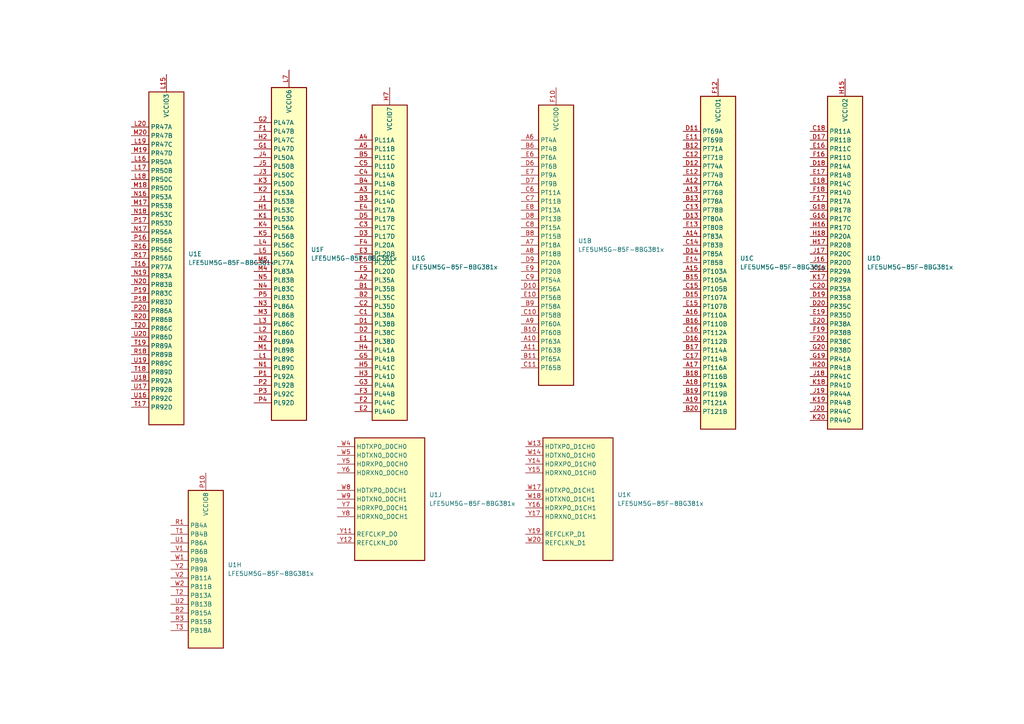
<source format=kicad_sch>
(kicad_sch (version 20250114) (generator "eeschema") (generator_version "9.0")
  (paper "A4")
  (lib_symbols
    (symbol "FPGA_Lattice:LFE5UM5G-85F-8BG381x"
      (property "Reference" "U" (at 24.13 16.51 0))
      (property "Value" "LFE5UM5G-85F-8BG381x" (at 24.13 13.97 0))
      (symbol "LFE5UM5G-85F-8BG381x_1_1"
        (rectangle (start -25.4 10.16) (end 25.4 -10.16) (stroke (width 0.3048)) (fill (type background)))
        (pin power_in line (at -22.86 15.24 270) (length 5.08) (name "VCCHTX0_D0CH0") (number "T7"))
        (pin power_in line (at -20.32 15.24 270) (length 5.08) (name "VCCHRX0_D0CH0") (number "T8"))
        (pin power_in line (at -17.78 15.24 270) (length 5.08) (name "VCCHRX1_D0CH1") (number "T9"))
        (pin power_in line (at -15.24 15.24 270) (length 5.08) (name "VCCHTX1_D0CH1") (number "T10"))
        (pin power_in line (at -12.7 15.24 270) (length 5.08) (name "VCCHTX0_D1CH0") (number "T11"))
        (pin power_in line (at -10.16 15.24 270) (length 5.08) (name "VCCHRX0_D1CH0") (number "T12"))
        (pin power_in line (at -7.62 15.24 270) (length 5.08) (name "VCCHRX1_D1CH1") (number "T13"))
        (pin power_in line (at -5.08 15.24 270) (length 5.08) (name "VCCHTX1_D1CH1") (number "T14"))
        (pin passive line (at 0 15.24 270) (length 5.08) (hide yes) (name "VCC") (number "H10"))
        (pin passive line (at 0 15.24 270) (length 5.08) (hide yes) (name "VCC") (number "H11"))
        (pin passive line (at 0 15.24 270) (length 5.08) (hide yes) (name "VCC") (number "H12"))
        (pin power_in line (at 0 15.24 270) (length 5.08) (name "VCC") (number "H13"))
        (pin passive line (at 0 15.24 270) (length 5.08) (hide yes) (name "VCC") (number "H8"))
        (pin passive line (at 0 15.24 270) (length 5.08) (hide yes) (name "VCC") (number "H9"))
        (pin passive line (at 0 15.24 270) (length 5.08) (hide yes) (name "VCC") (number "J13"))
        (pin passive line (at 0 15.24 270) (length 5.08) (hide yes) (name "VCC") (number "J8"))
        (pin passive line (at 0 15.24 270) (length 5.08) (hide yes) (name "VCC") (number "K13"))
        (pin passive line (at 0 15.24 270) (length 5.08) (hide yes) (name "VCC") (number "K8"))
        (pin passive line (at 0 15.24 270) (length 5.08) (hide yes) (name "VCC") (number "L13"))
        (pin passive line (at 0 15.24 270) (length 5.08) (hide yes) (name "VCC") (number "L8"))
        (pin passive line (at 0 15.24 270) (length 5.08) (hide yes) (name "VCC") (number "M13"))
        (pin passive line (at 0 15.24 270) (length 5.08) (hide yes) (name "VCC") (number "M8"))
        (pin passive line (at 0 15.24 270) (length 5.08) (hide yes) (name "VCC") (number "N10"))
        (pin passive line (at 0 15.24 270) (length 5.08) (hide yes) (name "VCC") (number "N11"))
        (pin passive line (at 0 15.24 270) (length 5.08) (hide yes) (name "VCC") (number "N12"))
        (pin passive line (at 0 15.24 270) (length 5.08) (hide yes) (name "VCC") (number "N13"))
        (pin passive line (at 0 15.24 270) (length 5.08) (hide yes) (name "VCC") (number "N8"))
        (pin passive line (at 0 15.24 270) (length 5.08) (hide yes) (name "VCC") (number "N9"))
        (pin passive line (at 0 -15.24 90) (length 5.08) (hide yes) (name "GND") (number "B14"))
        (pin passive line (at 0 -15.24 90) (length 5.08) (hide yes) (name "GND") (number "B7"))
        (pin power_in line (at 0 -15.24 90) (length 5.08) (name "GND") (number "C19"))
        (pin passive line (at 0 -15.24 90) (length 5.08) (hide yes) (name "GND") (number "D4"))
        (pin passive line (at 0 -15.24 90) (length 5.08) (hide yes) (name "GND") (number "F13"))
        (pin passive line (at 0 -15.24 90) (length 5.08) (hide yes) (name "GND") (number "F14"))
        (pin passive line (at 0 -15.24 90) (length 5.08) (hide yes) (name "GND") (number "F7"))
        (pin passive line (at 0 -15.24 90) (length 5.08) (hide yes) (name "GND") (number "F8"))
        (pin passive line (at 0 -15.24 90) (length 5.08) (hide yes) (name "GND") (number "G10"))
        (pin passive line (at 0 -15.24 90) (length 5.08) (hide yes) (name "GND") (number "G11"))
        (pin passive line (at 0 -15.24 90) (length 5.08) (hide yes) (name "GND") (number "G12"))
        (pin passive line (at 0 -15.24 90) (length 5.08) (hide yes) (name "GND") (number "G13"))
        (pin passive line (at 0 -15.24 90) (length 5.08) (hide yes) (name "GND") (number "G14"))
        (pin passive line (at 0 -15.24 90) (length 5.08) (hide yes) (name "GND") (number "G15"))
        (pin passive line (at 0 -15.24 90) (length 5.08) (hide yes) (name "GND") (number "G17"))
        (pin passive line (at 0 -15.24 90) (length 5.08) (hide yes) (name "GND") (number "G4"))
        (pin passive line (at 0 -15.24 90) (length 5.08) (hide yes) (name "GND") (number "G6"))
        (pin passive line (at 0 -15.24 90) (length 5.08) (hide yes) (name "GND") (number "G7"))
        (pin passive line (at 0 -15.24 90) (length 5.08) (hide yes) (name "GND") (number "G8"))
        (pin passive line (at 0 -15.24 90) (length 5.08) (hide yes) (name "GND") (number "G9"))
        (pin passive line (at 0 -15.24 90) (length 5.08) (hide yes) (name "GND") (number "H19"))
        (pin passive line (at 0 -15.24 90) (length 5.08) (hide yes) (name "GND") (number "J10"))
        (pin passive line (at 0 -15.24 90) (length 5.08) (hide yes) (name "GND") (number "J11"))
        (pin passive line (at 0 -15.24 90) (length 5.08) (hide yes) (name "GND") (number "J12"))
        (pin passive line (at 0 -15.24 90) (length 5.08) (hide yes) (name "GND") (number "J14"))
        (pin passive line (at 0 -15.24 90) (length 5.08) (hide yes) (name "GND") (number "J2"))
        (pin passive line (at 0 -15.24 90) (length 5.08) (hide yes) (name "GND") (number "J7"))
        (pin passive line (at 0 -15.24 90) (length 5.08) (hide yes) (name "GND") (number "J9"))
        (pin passive line (at 0 -15.24 90) (length 5.08) (hide yes) (name "GND") (number "K10"))
        (pin passive line (at 0 -15.24 90) (length 5.08) (hide yes) (name "GND") (number "K11"))
        (pin passive line (at 0 -15.24 90) (length 5.08) (hide yes) (name "GND") (number "K12"))
        (pin passive line (at 0 -15.24 90) (length 5.08) (hide yes) (name "GND") (number "K14"))
        (pin passive line (at 0 -15.24 90) (length 5.08) (hide yes) (name "GND") (number "K15"))
        (pin passive line (at 0 -15.24 90) (length 5.08) (hide yes) (name "GND") (number "K6"))
        (pin passive line (at 0 -15.24 90) (length 5.08) (hide yes) (name "GND") (number "K7"))
        (pin passive line (at 0 -15.24 90) (length 5.08) (hide yes) (name "GND") (number "K9"))
        (pin passive line (at 0 -15.24 90) (length 5.08) (hide yes) (name "GND") (number "L10"))
        (pin passive line (at 0 -15.24 90) (length 5.08) (hide yes) (name "GND") (number "L11"))
        (pin passive line (at 0 -15.24 90) (length 5.08) (hide yes) (name "GND") (number "L12"))
        (pin passive line (at 0 -15.24 90) (length 5.08) (hide yes) (name "GND") (number "L9"))
        (pin passive line (at 0 -15.24 90) (length 5.08) (hide yes) (name "GND") (number "M10"))
        (pin passive line (at 0 -15.24 90) (length 5.08) (hide yes) (name "GND") (number "M11"))
        (pin passive line (at 0 -15.24 90) (length 5.08) (hide yes) (name "GND") (number "M12"))
        (pin passive line (at 0 -15.24 90) (length 5.08) (hide yes) (name "GND") (number "M14"))
        (pin passive line (at 0 -15.24 90) (length 5.08) (hide yes) (name "GND") (number "M16"))
        (pin passive line (at 0 -15.24 90) (length 5.08) (hide yes) (name "GND") (number "M2"))
        (pin passive line (at 0 -15.24 90) (length 5.08) (hide yes) (name "GND") (number "M7"))
        (pin passive line (at 0 -15.24 90) (length 5.08) (hide yes) (name "GND") (number "M9"))
        (pin passive line (at 0 -15.24 90) (length 5.08) (hide yes) (name "GND") (number "N14"))
        (pin passive line (at 0 -15.24 90) (length 5.08) (hide yes) (name "GND") (number "N15"))
        (pin passive line (at 0 -15.24 90) (length 5.08) (hide yes) (name "GND") (number "N6"))
        (pin passive line (at 0 -15.24 90) (length 5.08) (hide yes) (name "GND") (number "N7"))
        (pin passive line (at 0 -15.24 90) (length 5.08) (hide yes) (name "GND") (number "P11"))
        (pin passive line (at 0 -15.24 90) (length 5.08) (hide yes) (name "GND") (number "P12"))
        (pin passive line (at 0 -15.24 90) (length 5.08) (hide yes) (name "GND") (number "P13"))
        (pin passive line (at 0 -15.24 90) (length 5.08) (hide yes) (name "GND") (number "P14"))
        (pin passive line (at 0 -15.24 90) (length 5.08) (hide yes) (name "GND") (number "P7"))
        (pin passive line (at 0 -15.24 90) (length 5.08) (hide yes) (name "GND") (number "P8"))
        (pin passive line (at 0 -15.24 90) (length 5.08) (hide yes) (name "GND") (number "R19"))
        (pin passive line (at 0 -15.24 90) (length 5.08) (hide yes) (name "GND") (number "U10"))
        (pin passive line (at 0 -15.24 90) (length 5.08) (hide yes) (name "GND") (number "U11"))
        (pin passive line (at 0 -15.24 90) (length 5.08) (hide yes) (name "GND") (number "U12"))
        (pin passive line (at 0 -15.24 90) (length 5.08) (hide yes) (name "GND") (number "U13"))
        (pin passive line (at 0 -15.24 90) (length 5.08) (hide yes) (name "GND") (number "U14"))
        (pin passive line (at 0 -15.24 90) (length 5.08) (hide yes) (name "GND") (number "U7"))
        (pin passive line (at 0 -15.24 90) (length 5.08) (hide yes) (name "GND") (number "U8"))
        (pin passive line (at 0 -15.24 90) (length 5.08) (hide yes) (name "GND") (number "U9"))
        (pin passive line (at 0 -15.24 90) (length 5.08) (hide yes) (name "GND") (number "V12"))
        (pin passive line (at 0 -15.24 90) (length 5.08) (hide yes) (name "GND") (number "V13"))
        (pin passive line (at 0 -15.24 90) (length 5.08) (hide yes) (name "GND") (number "V14"))
        (pin passive line (at 0 -15.24 90) (length 5.08) (hide yes) (name "GND") (number "V15"))
        (pin passive line (at 0 -15.24 90) (length 5.08) (hide yes) (name "GND") (number "V16"))
        (pin passive line (at 0 -15.24 90) (length 5.08) (hide yes) (name "GND") (number "V19"))
        (pin passive line (at 0 -15.24 90) (length 5.08) (hide yes) (name "GND") (number "V20"))
        (pin passive line (at 0 -15.24 90) (length 5.08) (hide yes) (name "GND") (number "V5"))
        (pin passive line (at 0 -15.24 90) (length 5.08) (hide yes) (name "GND") (number "V6"))
        (pin passive line (at 0 -15.24 90) (length 5.08) (hide yes) (name "GND") (number "V7"))
        (pin passive line (at 0 -15.24 90) (length 5.08) (hide yes) (name "GND") (number "V8"))
        (pin passive line (at 0 -15.24 90) (length 5.08) (hide yes) (name "GND") (number "V9"))
        (pin passive line (at 0 -15.24 90) (length 5.08) (hide yes) (name "GND") (number "W12"))
        (pin passive line (at 0 -15.24 90) (length 5.08) (hide yes) (name "GND") (number "W15"))
        (pin passive line (at 0 -15.24 90) (length 5.08) (hide yes) (name "GND") (number "W16"))
        (pin passive line (at 0 -15.24 90) (length 5.08) (hide yes) (name "GND") (number "W19"))
        (pin passive line (at 0 -15.24 90) (length 5.08) (hide yes) (name "GND") (number "W6"))
        (pin passive line (at 0 -15.24 90) (length 5.08) (hide yes) (name "GND") (number "W7"))
        (pin passive line (at 5.08 15.24 270) (length 5.08) (hide yes) (name "VCCAUXA0") (number "V10"))
        (pin power_in line (at 5.08 15.24 270) (length 5.08) (name "VCCAUXA0") (number "V11"))
        (pin passive line (at 7.62 15.24 270) (length 5.08) (hide yes) (name "VCCAUXA1") (number "V17"))
        (pin power_in line (at 7.62 15.24 270) (length 5.08) (name "VCCAUXA1") (number "V18"))
        (pin passive line (at 12.7 15.24 270) (length 5.08) (hide yes) (name "VCCAUX") (number "F15"))
        (pin passive line (at 12.7 15.24 270) (length 5.08) (hide yes) (name "VCCAUX") (number "F6"))
        (pin power_in line (at 12.7 15.24 270) (length 5.08) (name "VCCAUX") (number "P15"))
        (pin passive line (at 12.7 15.24 270) (length 5.08) (hide yes) (name "VCCAUX") (number "P6"))
        (pin power_in line (at 17.78 15.24 270) (length 5.08) (name "VCCA0") (number "T6"))
        (pin passive line (at 17.78 15.24 270) (length 5.08) (hide yes) (name "VCCA0") (number "U6"))
        (pin power_in line (at 20.32 15.24 270) (length 5.08) (name "VCCA1") (number "T15"))
        (pin passive line (at 20.32 15.24 270) (length 5.08) (hide yes) (name "VCCA1") (number "U15"))
      )
      (symbol "LFE5UM5G-85F-8BG381x_2_1"
        (rectangle (start -5.08 40.64) (end 5.08 -40.64) (stroke (width 0.3048)) (fill (type background)))
        (pin bidirectional line (at -10.16 30.48 0) (length 5.08) (name "PT4A") (number "A6"))
        (pin bidirectional line (at -10.16 27.94 0) (length 5.08) (name "PT4B") (number "B6"))
        (pin bidirectional line (at -10.16 25.4 0) (length 5.08) (name "PT6A") (number "E6"))
        (pin bidirectional line (at -10.16 22.86 0) (length 5.08) (name "PT6B") (number "D6"))
        (pin bidirectional line (at -10.16 20.32 0) (length 5.08) (name "PT9A") (number "E7"))
        (pin bidirectional line (at -10.16 17.78 0) (length 5.08) (name "PT9B") (number "D7"))
        (pin bidirectional line (at -10.16 15.24 0) (length 5.08) (name "PT11A") (number "C6"))
        (pin bidirectional line (at -10.16 12.7 0) (length 5.08) (name "PT11B") (number "C7"))
        (pin bidirectional line (at -10.16 10.16 0) (length 5.08) (name "PT13A") (number "E8"))
        (pin bidirectional line (at -10.16 7.62 0) (length 5.08) (name "PT13B") (number "D8"))
        (pin bidirectional line (at -10.16 5.08 0) (length 5.08) (name "PT15A") (number "C8"))
        (pin bidirectional line (at -10.16 2.54 0) (length 5.08) (name "PT15B") (number "B8"))
        (pin bidirectional line (at -10.16 0 0) (length 5.08) (name "PT18A") (number "A7"))
        (pin bidirectional line (at -10.16 -2.54 0) (length 5.08) (name "PT18B") (number "A8"))
        (pin bidirectional line (at -10.16 -5.08 0) (length 5.08) (name "PT20A") (number "D9"))
        (pin bidirectional line (at -10.16 -7.62 0) (length 5.08) (name "PT20B") (number "E9"))
        (pin bidirectional line (at -10.16 -10.16 0) (length 5.08) (name "PT54A") (number "C9"))
        (pin bidirectional line (at -10.16 -12.7 0) (length 5.08) (name "PT56A") (number "D10"))
        (pin bidirectional line (at -10.16 -15.24 0) (length 5.08) (name "PT56B") (number "E10"))
        (pin bidirectional line (at -10.16 -17.78 0) (length 5.08) (name "PT58A") (number "B9"))
        (pin bidirectional line (at -10.16 -20.32 0) (length 5.08) (name "PT58B") (number "C10"))
        (pin bidirectional line (at -10.16 -22.86 0) (length 5.08) (name "PT60A") (number "A9"))
        (pin bidirectional line (at -10.16 -25.4 0) (length 5.08) (name "PT60B") (number "B10"))
        (pin bidirectional line (at -10.16 -27.94 0) (length 5.08) (name "PT63A") (number "A10"))
        (pin bidirectional line (at -10.16 -30.48 0) (length 5.08) (name "PT63B") (number "A11"))
        (pin bidirectional line (at -10.16 -33.02 0) (length 5.08) (name "PT65A") (number "B11"))
        (pin bidirectional line (at -10.16 -35.56 0) (length 5.08) (name "PT65B") (number "C11"))
        (pin power_in line (at 0 45.72 270) (length 5.08) (name "VCCIO0") (number "F10"))
        (pin passive line (at 0 45.72 270) (length 5.08) (hide yes) (name "VCCIO0") (number "F9"))
      )
      (symbol "LFE5UM5G-85F-8BG381x_3_1"
        (rectangle (start -5.08 48.26) (end 5.08 -48.26) (stroke (width 0.3048)) (fill (type background)))
        (pin bidirectional line (at -10.16 38.1 0) (length 5.08) (name "PT69A") (number "D11"))
        (pin bidirectional line (at -10.16 35.56 0) (length 5.08) (name "PT69B") (number "E11"))
        (pin bidirectional line (at -10.16 33.02 0) (length 5.08) (name "PT71A") (number "B12"))
        (pin bidirectional line (at -10.16 30.48 0) (length 5.08) (name "PT71B") (number "C12"))
        (pin bidirectional line (at -10.16 27.94 0) (length 5.08) (name "PT74A") (number "D12"))
        (pin bidirectional line (at -10.16 25.4 0) (length 5.08) (name "PT74B") (number "E12"))
        (pin bidirectional line (at -10.16 22.86 0) (length 5.08) (name "PT76A") (number "A12"))
        (pin bidirectional line (at -10.16 20.32 0) (length 5.08) (name "PT76B") (number "A13"))
        (pin bidirectional line (at -10.16 17.78 0) (length 5.08) (name "PT78A") (number "B13"))
        (pin bidirectional line (at -10.16 15.24 0) (length 5.08) (name "PT78B") (number "C13"))
        (pin bidirectional line (at -10.16 12.7 0) (length 5.08) (name "PT80A") (number "D13"))
        (pin bidirectional line (at -10.16 10.16 0) (length 5.08) (name "PT80B") (number "E13"))
        (pin bidirectional line (at -10.16 7.62 0) (length 5.08) (name "PT83A") (number "A14"))
        (pin bidirectional line (at -10.16 5.08 0) (length 5.08) (name "PT83B") (number "C14"))
        (pin bidirectional line (at -10.16 2.54 0) (length 5.08) (name "PT85A") (number "D14"))
        (pin bidirectional line (at -10.16 0 0) (length 5.08) (name "PT85B") (number "E14"))
        (pin bidirectional line (at -10.16 -2.54 0) (length 5.08) (name "PT103A") (number "A15"))
        (pin bidirectional line (at -10.16 -5.08 0) (length 5.08) (name "PT105A") (number "B15"))
        (pin bidirectional line (at -10.16 -7.62 0) (length 5.08) (name "PT105B") (number "C15"))
        (pin bidirectional line (at -10.16 -10.16 0) (length 5.08) (name "PT107A") (number "D15"))
        (pin bidirectional line (at -10.16 -12.7 0) (length 5.08) (name "PT107B") (number "E15"))
        (pin bidirectional line (at -10.16 -15.24 0) (length 5.08) (name "PT110A") (number "A16"))
        (pin bidirectional line (at -10.16 -17.78 0) (length 5.08) (name "PT110B") (number "B16"))
        (pin bidirectional line (at -10.16 -20.32 0) (length 5.08) (name "PT112A") (number "C16"))
        (pin bidirectional line (at -10.16 -22.86 0) (length 5.08) (name "PT112B") (number "D16"))
        (pin bidirectional line (at -10.16 -25.4 0) (length 5.08) (name "PT114A") (number "B17"))
        (pin bidirectional line (at -10.16 -27.94 0) (length 5.08) (name "PT114B") (number "C17"))
        (pin bidirectional line (at -10.16 -30.48 0) (length 5.08) (name "PT116A") (number "A17"))
        (pin bidirectional line (at -10.16 -33.02 0) (length 5.08) (name "PT116B") (number "B18"))
        (pin bidirectional line (at -10.16 -35.56 0) (length 5.08) (name "PT119A") (number "A18"))
        (pin bidirectional line (at -10.16 -38.1 0) (length 5.08) (name "PT119B") (number "B19"))
        (pin bidirectional line (at -10.16 -40.64 0) (length 5.08) (name "PT121A") (number "A19"))
        (pin bidirectional line (at -10.16 -43.18 0) (length 5.08) (name "PT121B") (number "B20"))
        (pin passive line (at 0 53.34 270) (length 5.08) (hide yes) (name "VCCIO1") (number "F11"))
        (pin power_in line (at 0 53.34 270) (length 5.08) (name "VCCIO1") (number "F12"))
      )
      (symbol "LFE5UM5G-85F-8BG381x_4_1"
        (rectangle (start -5.08 48.26) (end 5.08 -48.26) (stroke (width 0.3048)) (fill (type background)))
        (pin bidirectional line (at -10.16 38.1 0) (length 5.08) (name "PR11A") (number "C18"))
        (pin bidirectional line (at -10.16 35.56 0) (length 5.08) (name "PR11B") (number "D17"))
        (pin bidirectional line (at -10.16 33.02 0) (length 5.08) (name "PR11C") (number "E16"))
        (pin bidirectional line (at -10.16 30.48 0) (length 5.08) (name "PR11D") (number "F16"))
        (pin bidirectional line (at -10.16 27.94 0) (length 5.08) (name "PR14A") (number "D18"))
        (pin bidirectional line (at -10.16 25.4 0) (length 5.08) (name "PR14B") (number "E17"))
        (pin bidirectional line (at -10.16 22.86 0) (length 5.08) (name "PR14C") (number "E18"))
        (pin bidirectional line (at -10.16 20.32 0) (length 5.08) (name "PR14D") (number "F18"))
        (pin bidirectional line (at -10.16 17.78 0) (length 5.08) (name "PR17A") (number "F17"))
        (pin bidirectional line (at -10.16 15.24 0) (length 5.08) (name "PR17B") (number "G18"))
        (pin bidirectional line (at -10.16 12.7 0) (length 5.08) (name "PR17C") (number "G16"))
        (pin bidirectional line (at -10.16 10.16 0) (length 5.08) (name "PR17D") (number "H16"))
        (pin bidirectional line (at -10.16 7.62 0) (length 5.08) (name "PR20A") (number "H18"))
        (pin bidirectional line (at -10.16 5.08 0) (length 5.08) (name "PR20B") (number "H17"))
        (pin bidirectional line (at -10.16 2.54 0) (length 5.08) (name "PR20C") (number "J17"))
        (pin bidirectional line (at -10.16 0 0) (length 5.08) (name "PR20D") (number "J16"))
        (pin bidirectional line (at -10.16 -2.54 0) (length 5.08) (name "PR29A") (number "K16"))
        (pin bidirectional line (at -10.16 -5.08 0) (length 5.08) (name "PR29B") (number "K17"))
        (pin bidirectional line (at -10.16 -7.62 0) (length 5.08) (name "PR35A") (number "C20"))
        (pin bidirectional line (at -10.16 -10.16 0) (length 5.08) (name "PR35B") (number "D19"))
        (pin bidirectional line (at -10.16 -12.7 0) (length 5.08) (name "PR35C") (number "D20"))
        (pin bidirectional line (at -10.16 -15.24 0) (length 5.08) (name "PR35D") (number "E19"))
        (pin bidirectional line (at -10.16 -17.78 0) (length 5.08) (name "PR38A") (number "E20"))
        (pin bidirectional line (at -10.16 -20.32 0) (length 5.08) (name "PR38B") (number "F19"))
        (pin bidirectional line (at -10.16 -22.86 0) (length 5.08) (name "PR38C") (number "F20"))
        (pin bidirectional line (at -10.16 -25.4 0) (length 5.08) (name "PR38D") (number "G20"))
        (pin bidirectional line (at -10.16 -27.94 0) (length 5.08) (name "PR41A") (number "G19"))
        (pin bidirectional line (at -10.16 -30.48 0) (length 5.08) (name "PR41B") (number "H20"))
        (pin bidirectional line (at -10.16 -33.02 0) (length 5.08) (name "PR41C") (number "J18"))
        (pin bidirectional line (at -10.16 -35.56 0) (length 5.08) (name "PR41D") (number "K18"))
        (pin bidirectional line (at -10.16 -38.1 0) (length 5.08) (name "PR44A") (number "J19"))
        (pin bidirectional line (at -10.16 -40.64 0) (length 5.08) (name "PR44B") (number "K19"))
        (pin bidirectional line (at -10.16 -43.18 0) (length 5.08) (name "PR44C") (number "J20"))
        (pin bidirectional line (at -10.16 -45.72 0) (length 5.08) (name "PR44D") (number "K20"))
        (pin passive line (at 0 53.34 270) (length 5.08) (hide yes) (name "VCCIO2") (number "H14"))
        (pin power_in line (at 0 53.34 270) (length 5.08) (name "VCCIO2") (number "H15"))
        (pin passive line (at 0 53.34 270) (length 5.08) (hide yes) (name "VCCIO2") (number "J15"))
      )
      (symbol "LFE5UM5G-85F-8BG381x_5_1"
        (rectangle (start -5.08 48.26) (end 5.08 -48.26) (stroke (width 0.3048)) (fill (type background)))
        (pin bidirectional line (at -10.16 38.1 0) (length 5.08) (name "PR47A") (number "L20"))
        (pin bidirectional line (at -10.16 35.56 0) (length 5.08) (name "PR47B") (number "M20"))
        (pin bidirectional line (at -10.16 33.02 0) (length 5.08) (name "PR47C") (number "L19"))
        (pin bidirectional line (at -10.16 30.48 0) (length 5.08) (name "PR47D") (number "M19"))
        (pin bidirectional line (at -10.16 27.94 0) (length 5.08) (name "PR50A") (number "L16"))
        (pin bidirectional line (at -10.16 25.4 0) (length 5.08) (name "PR50B") (number "L17"))
        (pin bidirectional line (at -10.16 22.86 0) (length 5.08) (name "PR50C") (number "L18"))
        (pin bidirectional line (at -10.16 20.32 0) (length 5.08) (name "PR50D") (number "M18"))
        (pin bidirectional line (at -10.16 17.78 0) (length 5.08) (name "PR53A") (number "N16"))
        (pin bidirectional line (at -10.16 15.24 0) (length 5.08) (name "PR53B") (number "M17"))
        (pin bidirectional line (at -10.16 12.7 0) (length 5.08) (name "PR53C") (number "N18"))
        (pin bidirectional line (at -10.16 10.16 0) (length 5.08) (name "PR53D") (number "P17"))
        (pin bidirectional line (at -10.16 7.62 0) (length 5.08) (name "PR56A") (number "N17"))
        (pin bidirectional line (at -10.16 5.08 0) (length 5.08) (name "PR56B") (number "P16"))
        (pin bidirectional line (at -10.16 2.54 0) (length 5.08) (name "PR56C") (number "R16"))
        (pin bidirectional line (at -10.16 0 0) (length 5.08) (name "PR56D") (number "R17"))
        (pin bidirectional line (at -10.16 -2.54 0) (length 5.08) (name "PR77A") (number "T16"))
        (pin bidirectional line (at -10.16 -5.08 0) (length 5.08) (name "PR83A") (number "N19"))
        (pin bidirectional line (at -10.16 -7.62 0) (length 5.08) (name "PR83B") (number "N20"))
        (pin bidirectional line (at -10.16 -10.16 0) (length 5.08) (name "PR83C") (number "P19"))
        (pin bidirectional line (at -10.16 -12.7 0) (length 5.08) (name "PR83D") (number "P18"))
        (pin bidirectional line (at -10.16 -15.24 0) (length 5.08) (name "PR86A") (number "P20"))
        (pin bidirectional line (at -10.16 -17.78 0) (length 5.08) (name "PR86B") (number "R20"))
        (pin bidirectional line (at -10.16 -20.32 0) (length 5.08) (name "PR86C") (number "T20"))
        (pin bidirectional line (at -10.16 -22.86 0) (length 5.08) (name "PR86D") (number "U20"))
        (pin bidirectional line (at -10.16 -25.4 0) (length 5.08) (name "PR89A") (number "T19"))
        (pin bidirectional line (at -10.16 -27.94 0) (length 5.08) (name "PR89B") (number "R18"))
        (pin bidirectional line (at -10.16 -30.48 0) (length 5.08) (name "PR89C") (number "U19"))
        (pin bidirectional line (at -10.16 -33.02 0) (length 5.08) (name "PR89D") (number "T18"))
        (pin bidirectional line (at -10.16 -35.56 0) (length 5.08) (name "PR92A") (number "U18"))
        (pin bidirectional line (at -10.16 -38.1 0) (length 5.08) (name "PR92B") (number "U17"))
        (pin bidirectional line (at -10.16 -40.64 0) (length 5.08) (name "PR92C") (number "U16"))
        (pin bidirectional line (at -10.16 -43.18 0) (length 5.08) (name "PR92D") (number "T17"))
        (pin passive line (at 0 53.34 270) (length 5.08) (hide yes) (name "VCCIO3") (number "L14"))
        (pin power_in line (at 0 53.34 270) (length 5.08) (name "VCCIO3") (number "L15"))
        (pin passive line (at 0 53.34 270) (length 5.08) (hide yes) (name "VCCIO3") (number "M15"))
      )
      (symbol "LFE5UM5G-85F-8BG381x_6_1"
        (rectangle (start -5.08 48.26) (end 5.08 -48.26) (stroke (width 0.3048)) (fill (type background)))
        (pin bidirectional line (at -10.16 38.1 0) (length 5.08) (name "PL47A") (number "G2"))
        (pin bidirectional line (at -10.16 35.56 0) (length 5.08) (name "PL47B") (number "F1"))
        (pin bidirectional line (at -10.16 33.02 0) (length 5.08) (name "PL47C") (number "H2"))
        (pin bidirectional line (at -10.16 30.48 0) (length 5.08) (name "PL47D") (number "G1"))
        (pin bidirectional line (at -10.16 27.94 0) (length 5.08) (name "PL50A") (number "J4"))
        (pin bidirectional line (at -10.16 25.4 0) (length 5.08) (name "PL50B") (number "J5"))
        (pin bidirectional line (at -10.16 22.86 0) (length 5.08) (name "PL50C") (number "J3"))
        (pin bidirectional line (at -10.16 20.32 0) (length 5.08) (name "PL50D") (number "K3"))
        (pin bidirectional line (at -10.16 17.78 0) (length 5.08) (name "PL53A") (number "K2"))
        (pin bidirectional line (at -10.16 15.24 0) (length 5.08) (name "PL53B") (number "J1"))
        (pin bidirectional line (at -10.16 12.7 0) (length 5.08) (name "PL53C") (number "H1"))
        (pin bidirectional line (at -10.16 10.16 0) (length 5.08) (name "PL53D") (number "K1"))
        (pin bidirectional line (at -10.16 7.62 0) (length 5.08) (name "PL56A") (number "K4"))
        (pin bidirectional line (at -10.16 5.08 0) (length 5.08) (name "PL56B") (number "K5"))
        (pin bidirectional line (at -10.16 2.54 0) (length 5.08) (name "PL56C") (number "L4"))
        (pin bidirectional line (at -10.16 0 0) (length 5.08) (name "PL56D") (number "L5"))
        (pin bidirectional line (at -10.16 -2.54 0) (length 5.08) (name "PL77A") (number "M5"))
        (pin bidirectional line (at -10.16 -5.08 0) (length 5.08) (name "PL83A") (number "M4"))
        (pin bidirectional line (at -10.16 -7.62 0) (length 5.08) (name "PL83B") (number "N5"))
        (pin bidirectional line (at -10.16 -10.16 0) (length 5.08) (name "PL83C") (number "N4"))
        (pin bidirectional line (at -10.16 -12.7 0) (length 5.08) (name "PL83D") (number "P5"))
        (pin bidirectional line (at -10.16 -15.24 0) (length 5.08) (name "PL86A") (number "N3"))
        (pin bidirectional line (at -10.16 -17.78 0) (length 5.08) (name "PL86B") (number "M3"))
        (pin bidirectional line (at -10.16 -20.32 0) (length 5.08) (name "PL86C") (number "L3"))
        (pin bidirectional line (at -10.16 -22.86 0) (length 5.08) (name "PL86D") (number "L2"))
        (pin bidirectional line (at -10.16 -25.4 0) (length 5.08) (name "PL89A") (number "N2"))
        (pin bidirectional line (at -10.16 -27.94 0) (length 5.08) (name "PL89B") (number "M1"))
        (pin bidirectional line (at -10.16 -30.48 0) (length 5.08) (name "PL89C") (number "L1"))
        (pin bidirectional line (at -10.16 -33.02 0) (length 5.08) (name "PL89D") (number "N1"))
        (pin bidirectional line (at -10.16 -35.56 0) (length 5.08) (name "PL92A") (number "P1"))
        (pin bidirectional line (at -10.16 -38.1 0) (length 5.08) (name "PL92B") (number "P2"))
        (pin bidirectional line (at -10.16 -40.64 0) (length 5.08) (name "PL92C") (number "P3"))
        (pin bidirectional line (at -10.16 -43.18 0) (length 5.08) (name "PL92D") (number "P4"))
        (pin passive line (at 0 53.34 270) (length 5.08) (hide yes) (name "VCCIO6") (number "L6"))
        (pin power_in line (at 0 53.34 270) (length 5.08) (name "VCCIO6") (number "L7"))
        (pin passive line (at 0 53.34 270) (length 5.08) (hide yes) (name "VCCIO6") (number "M6"))
      )
      (symbol "LFE5UM5G-85F-8BG381x_7_1"
        (rectangle (start -5.08 45.72) (end 5.08 -45.72) (stroke (width 0.3048)) (fill (type background)))
        (pin bidirectional line (at -10.16 35.56 0) (length 5.08) (name "PL11A") (number "A4"))
        (pin bidirectional line (at -10.16 33.02 0) (length 5.08) (name "PL11B") (number "A5"))
        (pin bidirectional line (at -10.16 30.48 0) (length 5.08) (name "PL11C") (number "B5"))
        (pin bidirectional line (at -10.16 27.94 0) (length 5.08) (name "PL11D") (number "C5"))
        (pin bidirectional line (at -10.16 25.4 0) (length 5.08) (name "PL14A") (number "C4"))
        (pin bidirectional line (at -10.16 22.86 0) (length 5.08) (name "PL14B") (number "B4"))
        (pin bidirectional line (at -10.16 20.32 0) (length 5.08) (name "PL14C") (number "A3"))
        (pin bidirectional line (at -10.16 17.78 0) (length 5.08) (name "PL14D") (number "B3"))
        (pin bidirectional line (at -10.16 15.24 0) (length 5.08) (name "PL17A") (number "E4"))
        (pin bidirectional line (at -10.16 12.7 0) (length 5.08) (name "PL17B") (number "D5"))
        (pin bidirectional line (at -10.16 10.16 0) (length 5.08) (name "PL17C") (number "C3"))
        (pin bidirectional line (at -10.16 7.62 0) (length 5.08) (name "PL17D") (number "D3"))
        (pin bidirectional line (at -10.16 5.08 0) (length 5.08) (name "PL20A") (number "F4"))
        (pin bidirectional line (at -10.16 2.54 0) (length 5.08) (name "PL20B") (number "E3"))
        (pin bidirectional line (at -10.16 0 0) (length 5.08) (name "PL20C") (number "E5"))
        (pin bidirectional line (at -10.16 -2.54 0) (length 5.08) (name "PL20D") (number "F5"))
        (pin bidirectional line (at -10.16 -5.08 0) (length 5.08) (name "PL35A") (number "A2"))
        (pin bidirectional line (at -10.16 -7.62 0) (length 5.08) (name "PL35B") (number "B1"))
        (pin bidirectional line (at -10.16 -10.16 0) (length 5.08) (name "PL35C") (number "B2"))
        (pin bidirectional line (at -10.16 -12.7 0) (length 5.08) (name "PL35D") (number "C2"))
        (pin bidirectional line (at -10.16 -15.24 0) (length 5.08) (name "PL38A") (number "C1"))
        (pin bidirectional line (at -10.16 -17.78 0) (length 5.08) (name "PL38B") (number "D1"))
        (pin bidirectional line (at -10.16 -20.32 0) (length 5.08) (name "PL38C") (number "D2"))
        (pin bidirectional line (at -10.16 -22.86 0) (length 5.08) (name "PL38D") (number "E1"))
        (pin bidirectional line (at -10.16 -25.4 0) (length 5.08) (name "PL41A") (number "H4"))
        (pin bidirectional line (at -10.16 -27.94 0) (length 5.08) (name "PL41B") (number "G5"))
        (pin bidirectional line (at -10.16 -30.48 0) (length 5.08) (name "PL41C") (number "H5"))
        (pin bidirectional line (at -10.16 -33.02 0) (length 5.08) (name "PL41D") (number "H3"))
        (pin bidirectional line (at -10.16 -35.56 0) (length 5.08) (name "PL44A") (number "G3"))
        (pin bidirectional line (at -10.16 -38.1 0) (length 5.08) (name "PL44B") (number "F3"))
        (pin bidirectional line (at -10.16 -40.64 0) (length 5.08) (name "PL44C") (number "F2"))
        (pin bidirectional line (at -10.16 -43.18 0) (length 5.08) (name "PL44D") (number "E2"))
        (pin passive line (at 0 50.8 270) (length 5.08) (hide yes) (name "VCCIO7") (number "H6"))
        (pin power_in line (at 0 50.8 270) (length 5.08) (name "VCCIO7") (number "H7"))
        (pin passive line (at 0 50.8 270) (length 5.08) (hide yes) (name "VCCIO7") (number "J6"))
      )
      (symbol "LFE5UM5G-85F-8BG381x_8_1"
        (rectangle (start -5.08 22.86) (end 5.08 -22.86) (stroke (width 0.3048)) (fill (type background)))
        (pin bidirectional line (at -10.16 12.7 0) (length 5.08) (name "PB4A") (number "R1"))
        (pin bidirectional line (at -10.16 10.16 0) (length 5.08) (name "PB4B") (number "T1"))
        (pin bidirectional line (at -10.16 7.62 0) (length 5.08) (name "PB6A") (number "U1"))
        (pin bidirectional line (at -10.16 5.08 0) (length 5.08) (name "PB6B") (number "V1"))
        (pin bidirectional line (at -10.16 2.54 0) (length 5.08) (name "PB9A") (number "W1"))
        (pin bidirectional line (at -10.16 0 0) (length 5.08) (name "PB9B") (number "Y2"))
        (pin bidirectional line (at -10.16 -2.54 0) (length 5.08) (name "PB11A") (number "V2"))
        (pin bidirectional line (at -10.16 -5.08 0) (length 5.08) (name "PB11B") (number "W2"))
        (pin bidirectional line (at -10.16 -7.62 0) (length 5.08) (name "PB13A") (number "T2"))
        (pin bidirectional line (at -10.16 -10.16 0) (length 5.08) (name "PB13B") (number "U2"))
        (pin bidirectional line (at -10.16 -12.7 0) (length 5.08) (name "PB15A") (number "R2"))
        (pin bidirectional line (at -10.16 -15.24 0) (length 5.08) (name "PB15B") (number "R3"))
        (pin bidirectional line (at -10.16 -17.78 0) (length 5.08) (name "PB18A") (number "T3"))
        (pin power_in line (at 0 27.94 270) (length 5.08) (name "VCCIO8") (number "P10"))
        (pin passive line (at 0 27.94 270) (length 5.08) (hide yes) (name "VCCIO8") (number "P9"))
      )
      (symbol "LFE5UM5G-85F-8BG381x_9_1"
        (rectangle (start -10.16 12.7) (end 10.16 -12.7) (stroke (width 0.3048)) (fill (type background)))
        (pin bidirectional line (at -15.24 10.16 0) (length 5.08) (name "CCLK") (number "U3"))
        (pin input line (at -15.24 5.08 0) (length 5.08) (name "~{PROGRAM}") (number "W3"))
        (pin open_collector line (at -15.24 2.54 0) (length 5.08) (name "~{INIT}") (number "V3"))
        (pin open_collector line (at -15.24 0 0) (length 5.08) (name "DONE") (number "Y3"))
        (pin input line (at -15.24 -5.08 0) (length 5.08) (name "CFG_0") (number "U4"))
        (pin input line (at -15.24 -7.62 0) (length 5.08) (name "CFG_1") (number "T4"))
        (pin input line (at -15.24 -10.16 0) (length 5.08) (name "CFG_2") (number "R4"))
        (pin no_connect line (at 10.16 -2.54 180) (length 5.08) (hide yes) (name "RESERVED") (number "W10"))
        (pin no_connect line (at 10.16 -5.08 180) (length 5.08) (hide yes) (name "RESERVED") (number "W11"))
        (pin output line (at 15.24 10.16 180) (length 5.08) (name "TDO") (number "V4"))
        (pin input line (at 15.24 7.62 180) (length 5.08) (name "TCK") (number "T5"))
        (pin input line (at 15.24 5.08 180) (length 5.08) (name "TDI") (number "R5"))
        (pin input line (at 15.24 2.54 180) (length 5.08) (name "TMS") (number "U5"))
      )
      (symbol "LFE5UM5G-85F-8BG381x_10_1"
        (rectangle (start -10.16 17.78) (end 10.16 -17.78) (stroke (width 0.3048)) (fill (type background)))
        (pin output line (at -15.24 15.24 0) (length 5.08) (name "HDTXP0_D0CH0") (number "W4"))
        (pin output line (at -15.24 12.7 0) (length 5.08) (name "HDTXN0_D0CH0") (number "W5"))
        (pin input line (at -15.24 10.16 0) (length 5.08) (name "HDRXP0_D0CH0") (number "Y5"))
        (pin input line (at -15.24 7.62 0) (length 5.08) (name "HDRXN0_D0CH0") (number "Y6"))
        (pin output line (at -15.24 2.54 0) (length 5.08) (name "HDTXP0_D0CH1") (number "W8"))
        (pin output line (at -15.24 0 0) (length 5.08) (name "HDTXN0_D0CH1") (number "W9"))
        (pin input line (at -15.24 -2.54 0) (length 5.08) (name "HDRXP0_D0CH1") (number "Y7"))
        (pin input line (at -15.24 -5.08 0) (length 5.08) (name "HDRXN0_D0CH1") (number "Y8"))
        (pin input line (at -15.24 -10.16 0) (length 5.08) (name "REFCLKP_D0") (number "Y11"))
        (pin input line (at -15.24 -12.7 0) (length 5.08) (name "REFCLKN_D0") (number "Y12"))
      )
      (symbol "LFE5UM5G-85F-8BG381x_11_1"
        (rectangle (start -10.16 17.78) (end 10.16 -17.78) (stroke (width 0.3048)) (fill (type background)))
        (pin output line (at -15.24 15.24 0) (length 5.08) (name "HDTXP0_D1CH0") (number "W13"))
        (pin output line (at -15.24 12.7 0) (length 5.08) (name "HDTXN0_D1CH0") (number "W14"))
        (pin input line (at -15.24 10.16 0) (length 5.08) (name "HDRXP0_D1CH0") (number "Y14"))
        (pin input line (at -15.24 7.62 0) (length 5.08) (name "HDRXN0_D1CH0") (number "Y15"))
        (pin output line (at -15.24 2.54 0) (length 5.08) (name "HDTXP0_D1CH1") (number "W17"))
        (pin output line (at -15.24 0 0) (length 5.08) (name "HDTXN0_D1CH1") (number "W18"))
        (pin input line (at -15.24 -2.54 0) (length 5.08) (name "HDRXP0_D1CH1") (number "Y16"))
        (pin input line (at -15.24 -5.08 0) (length 5.08) (name "HDRXN0_D1CH1") (number "Y17"))
        (pin input line (at -15.24 -10.16 0) (length 5.08) (name "REFCLKP_D1") (number "Y19"))
        (pin input line (at -15.24 -12.7 0) (length 5.08) (name "REFCLKN_D1") (number "W20"))
      )
    )
  )
  (symbol (lib_id "FPGA_Lattice:LFE5UM5G-85F-8BG381x") (at 59.69 165.1 0) (unit 8)
    (property "Reference" "U1" (at 66.04 163.8299 0) (effects (justify left)))
    (property "Value" "LFE5UM5G-85F-8BG381x" (at 66.04 166.3699 0) (effects (justify left)))
    (property "Footprint" "Package_BGA:Lattice_caBGA-381_17.0x17.0mm_Layout20x20_P0.8mm_Ball0.4mm_Pad0.4mm_NSMD" (effects (hide yes)))
    (property "Datasheet" "https://www.latticesemi.com/view_document?document_id=50461" (effects (hide yes)))
    (property "Description" "ECP5-5G FPGA, 84K LUTs, 1.2V, 5Gbps SERDES, BGA-381" (effects (hide yes)))
  )
  (symbol (lib_id "FPGA_Lattice:LFE5UM5G-85F-8BG381x") (at 113.03 76.2 0) (unit 7)
    (property "Reference" "U1" (at 119.38 74.9299 0) (effects (justify left)))
    (property "Value" "LFE5UM5G-85F-8BG381x" (at 119.38 77.4699 0) (effects (justify left)))
    (property "Footprint" "Package_BGA:Lattice_caBGA-381_17.0x17.0mm_Layout20x20_P0.8mm_Ball0.4mm_Pad0.4mm_NSMD" (effects (hide yes)))
    (property "Datasheet" "https://www.latticesemi.com/view_document?document_id=50461" (effects (hide yes)))
    (property "Description" "ECP5-5G FPGA, 84K LUTs, 1.2V, 5Gbps SERDES, BGA-381" (effects (hide yes)))
  )
  (symbol (lib_id "FPGA_Lattice:LFE5UM5G-85F-8BG381x") (at 167.64 144.78 0) (unit 11)
    (property "Reference" "U1" (at 179.07 143.5099 0) (effects (justify left)))
    (property "Value" "LFE5UM5G-85F-8BG381x" (at 179.07 146.0499 0) (effects (justify left)))
    (property "Footprint" "Package_BGA:Lattice_caBGA-381_17.0x17.0mm_Layout20x20_P0.8mm_Ball0.4mm_Pad0.4mm_NSMD" (effects (hide yes)))
    (property "Datasheet" "https://www.latticesemi.com/view_document?document_id=50461" (effects (hide yes)))
    (property "Description" "ECP5-5G FPGA, 84K LUTs, 1.2V, 5Gbps SERDES, BGA-381" (effects (hide yes)))
  )
  (symbol (lib_id "FPGA_Lattice:LFE5UM5G-85F-8BG381x") (at 245.11 76.2 0) (unit 4)
    (property "Reference" "U1" (at 251.46 74.9299 0) (effects (justify left)))
    (property "Value" "LFE5UM5G-85F-8BG381x" (at 251.46 77.4699 0) (effects (justify left)))
    (property "Footprint" "Package_BGA:Lattice_caBGA-381_17.0x17.0mm_Layout20x20_P0.8mm_Ball0.4mm_Pad0.4mm_NSMD" (effects (hide yes)))
    (property "Datasheet" "https://www.latticesemi.com/view_document?document_id=50461" (effects (hide yes)))
    (property "Description" "ECP5-5G FPGA, 84K LUTs, 1.2V, 5Gbps SERDES, BGA-381" (effects (hide yes)))
  )
  (symbol (lib_id "FPGA_Lattice:LFE5UM5G-85F-8BG381x") (at 48.26 74.93 0) (unit 5)
    (property "Reference" "U1" (at 54.61 73.6599 0) (effects (justify left)))
    (property "Value" "LFE5UM5G-85F-8BG381x" (at 54.61 76.1999 0) (effects (justify left)))
    (property "Footprint" "Package_BGA:Lattice_caBGA-381_17.0x17.0mm_Layout20x20_P0.8mm_Ball0.4mm_Pad0.4mm_NSMD" (effects (hide yes)))
    (property "Datasheet" "https://www.latticesemi.com/view_document?document_id=50461" (effects (hide yes)))
    (property "Description" "ECP5-5G FPGA, 84K LUTs, 1.2V, 5Gbps SERDES, BGA-381" (effects (hide yes)))
  )
  (symbol (lib_id "FPGA_Lattice:LFE5UM5G-85F-8BG381x") (at 113.03 144.78 0) (unit 10)
    (property "Reference" "U1" (at 124.46 143.5099 0) (effects (justify left)))
    (property "Value" "LFE5UM5G-85F-8BG381x" (at 124.46 146.0499 0) (effects (justify left)))
    (property "Footprint" "Package_BGA:Lattice_caBGA-381_17.0x17.0mm_Layout20x20_P0.8mm_Ball0.4mm_Pad0.4mm_NSMD" (effects (hide yes)))
    (property "Datasheet" "https://www.latticesemi.com/view_document?document_id=50461" (effects (hide yes)))
    (property "Description" "ECP5-5G FPGA, 84K LUTs, 1.2V, 5Gbps SERDES, BGA-381" (effects (hide yes)))
  )
  (symbol (lib_id "FPGA_Lattice:LFE5UM5G-85F-8BG381x") (at 161.29 71.12 0) (unit 2)
    (property "Reference" "U1" (at 167.64 69.8499 0) (effects (justify left)))
    (property "Value" "LFE5UM5G-85F-8BG381x" (at 167.64 72.3899 0) (effects (justify left)))
    (property "Footprint" "Package_BGA:Lattice_caBGA-381_17.0x17.0mm_Layout20x20_P0.8mm_Ball0.4mm_Pad0.4mm_NSMD" (effects (hide yes)))
    (property "Datasheet" "https://www.latticesemi.com/view_document?document_id=50461" (effects (hide yes)))
    (property "Description" "ECP5-5G FPGA, 84K LUTs, 1.2V, 5Gbps SERDES, BGA-381" (effects (hide yes)))
  )
  (symbol (lib_id "FPGA_Lattice:LFE5UM5G-85F-8BG381x") (at 208.28 76.2 0) (unit 3)
    (property "Reference" "U1" (at 214.63 74.9299 0) (effects (justify left)))
    (property "Value" "LFE5UM5G-85F-8BG381x" (at 214.63 77.4699 0) (effects (justify left)))
    (property "Footprint" "Package_BGA:Lattice_caBGA-381_17.0x17.0mm_Layout20x20_P0.8mm_Ball0.4mm_Pad0.4mm_NSMD" (effects (hide yes)))
    (property "Datasheet" "https://www.latticesemi.com/view_document?document_id=50461" (effects (hide yes)))
    (property "Description" "ECP5-5G FPGA, 84K LUTs, 1.2V, 5Gbps SERDES, BGA-381" (effects (hide yes)))
  )
  (symbol (lib_id "FPGA_Lattice:LFE5UM5G-85F-8BG381x") (at 83.82 73.66 0) (unit 6)
    (property "Reference" "U1" (at 90.17 72.3899 0) (effects (justify left)))
    (property "Value" "LFE5UM5G-85F-8BG381x" (at 90.17 74.9299 0) (effects (justify left)))
    (property "Footprint" "Package_BGA:Lattice_caBGA-381_17.0x17.0mm_Layout20x20_P0.8mm_Ball0.4mm_Pad0.4mm_NSMD" (effects (hide yes)))
    (property "Datasheet" "https://www.latticesemi.com/view_document?document_id=50461" (effects (hide yes)))
    (property "Description" "ECP5-5G FPGA, 84K LUTs, 1.2V, 5Gbps SERDES, BGA-381" (effects (hide yes)))
  )
)
</source>
